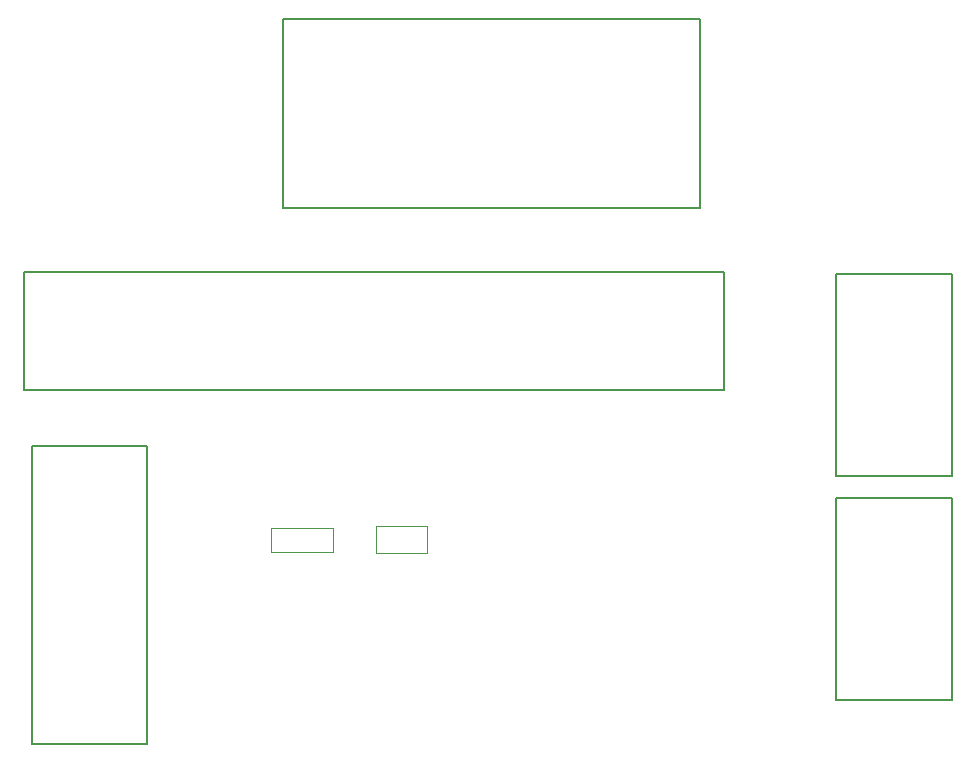
<source format=gbr>
G04 #@! TF.GenerationSoftware,KiCad,Pcbnew,(5.0.1)-3*
G04 #@! TF.CreationDate,2020-07-01T10:05:06+02:00*
G04 #@! TF.ProjectId,alim winterfell,616C696D2077696E74657266656C6C2E,rev?*
G04 #@! TF.SameCoordinates,PX632eb2cPY5b8d544*
G04 #@! TF.FileFunction,Other,User*
%FSLAX46Y46*%
G04 Gerber Fmt 4.6, Leading zero omitted, Abs format (unit mm)*
G04 Created by KiCad (PCBNEW (5.0.1)-3) date 01/07/2020 10:05:06*
%MOMM*%
%LPD*%
G01*
G04 APERTURE LIST*
%ADD10C,0.050000*%
%ADD11C,0.200000*%
G04 APERTURE END LIST*
D10*
G04 #@! TO.C,D1*
X17555700Y33164020D02*
X22855700Y33164020D01*
X17555700Y31164020D02*
X17555700Y33164020D01*
X22855700Y31164020D02*
X17555700Y31164020D01*
X22855700Y33164020D02*
X22855700Y31164020D01*
G04 #@! TO.C,R1*
X30747860Y31081800D02*
X26447860Y31081800D01*
X30747860Y31081800D02*
X30747860Y33291800D01*
X26447860Y33291800D02*
X26447860Y31081800D01*
X26447860Y33291800D02*
X30747860Y33291800D01*
D11*
G04 #@! TO.C,J4*
X-3300300Y54799300D02*
X55899700Y54799300D01*
X55899700Y54799300D02*
X55899700Y44799300D01*
X55899700Y44799300D02*
X-3300300Y44799300D01*
X-3300300Y44799300D02*
X-3300300Y54799300D01*
G04 #@! TO.C,J5*
X53907380Y60251300D02*
X53907380Y76253300D01*
X53907380Y76253300D02*
X18601380Y76253300D01*
X18601380Y76253300D02*
X18601380Y60251300D01*
X18601380Y60251300D02*
X53907380Y60251300D01*
G04 #@! TO.C,J1*
X75199700Y18599300D02*
X75199700Y35699300D01*
X65399700Y18599300D02*
X75199700Y18599300D01*
X65399700Y35699300D02*
X65399700Y18599300D01*
X75199700Y35699300D02*
X65399700Y35699300D01*
G04 #@! TO.C,J2*
X75199700Y54699300D02*
X65399700Y54699300D01*
X65399700Y54699300D02*
X65399700Y37599300D01*
X65399700Y37599300D02*
X75199700Y37599300D01*
X75199700Y37599300D02*
X75199700Y54699300D01*
G04 #@! TO.C,J3*
X-2700300Y14899300D02*
X7099700Y14899300D01*
X7099700Y14899300D02*
X7099700Y40099300D01*
X7099700Y40099300D02*
X-2700300Y40099300D01*
X-2700300Y40099300D02*
X-2700300Y14899300D01*
G04 #@! TD*
M02*

</source>
